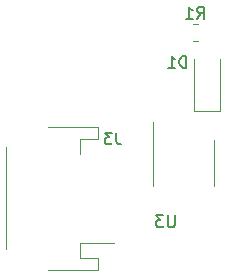
<source format=gbr>
%TF.GenerationSoftware,KiCad,Pcbnew,7.0.6*%
%TF.CreationDate,2023-08-01T20:56:41-04:00*%
%TF.ProjectId,mcumod-am8,6d63756d-6f64-42d6-916d-382e6b696361,rev?*%
%TF.SameCoordinates,Original*%
%TF.FileFunction,Legend,Bot*%
%TF.FilePolarity,Positive*%
%FSLAX46Y46*%
G04 Gerber Fmt 4.6, Leading zero omitted, Abs format (unit mm)*
G04 Created by KiCad (PCBNEW 7.0.6) date 2023-08-01 20:56:41*
%MOMM*%
%LPD*%
G01*
G04 APERTURE LIST*
%ADD10C,0.150000*%
%ADD11C,0.120000*%
G04 APERTURE END LIST*
D10*
X114761904Y-124454819D02*
X114761904Y-125264342D01*
X114761904Y-125264342D02*
X114714285Y-125359580D01*
X114714285Y-125359580D02*
X114666666Y-125407200D01*
X114666666Y-125407200D02*
X114571428Y-125454819D01*
X114571428Y-125454819D02*
X114380952Y-125454819D01*
X114380952Y-125454819D02*
X114285714Y-125407200D01*
X114285714Y-125407200D02*
X114238095Y-125359580D01*
X114238095Y-125359580D02*
X114190476Y-125264342D01*
X114190476Y-125264342D02*
X114190476Y-124454819D01*
X113809523Y-124454819D02*
X113190476Y-124454819D01*
X113190476Y-124454819D02*
X113523809Y-124835771D01*
X113523809Y-124835771D02*
X113380952Y-124835771D01*
X113380952Y-124835771D02*
X113285714Y-124883390D01*
X113285714Y-124883390D02*
X113238095Y-124931009D01*
X113238095Y-124931009D02*
X113190476Y-125026247D01*
X113190476Y-125026247D02*
X113190476Y-125264342D01*
X113190476Y-125264342D02*
X113238095Y-125359580D01*
X113238095Y-125359580D02*
X113285714Y-125407200D01*
X113285714Y-125407200D02*
X113380952Y-125454819D01*
X113380952Y-125454819D02*
X113666666Y-125454819D01*
X113666666Y-125454819D02*
X113761904Y-125407200D01*
X113761904Y-125407200D02*
X113809523Y-125359580D01*
X116666666Y-107804819D02*
X116999999Y-107328628D01*
X117238094Y-107804819D02*
X117238094Y-106804819D01*
X117238094Y-106804819D02*
X116857142Y-106804819D01*
X116857142Y-106804819D02*
X116761904Y-106852438D01*
X116761904Y-106852438D02*
X116714285Y-106900057D01*
X116714285Y-106900057D02*
X116666666Y-106995295D01*
X116666666Y-106995295D02*
X116666666Y-107138152D01*
X116666666Y-107138152D02*
X116714285Y-107233390D01*
X116714285Y-107233390D02*
X116761904Y-107281009D01*
X116761904Y-107281009D02*
X116857142Y-107328628D01*
X116857142Y-107328628D02*
X117238094Y-107328628D01*
X115714285Y-107804819D02*
X116285713Y-107804819D01*
X115999999Y-107804819D02*
X115999999Y-106804819D01*
X115999999Y-106804819D02*
X116095237Y-106947676D01*
X116095237Y-106947676D02*
X116190475Y-107042914D01*
X116190475Y-107042914D02*
X116285713Y-107090533D01*
X109833333Y-117454819D02*
X109833333Y-118169104D01*
X109833333Y-118169104D02*
X109880952Y-118311961D01*
X109880952Y-118311961D02*
X109976190Y-118407200D01*
X109976190Y-118407200D02*
X110119047Y-118454819D01*
X110119047Y-118454819D02*
X110214285Y-118454819D01*
X109452380Y-117454819D02*
X108833333Y-117454819D01*
X108833333Y-117454819D02*
X109166666Y-117835771D01*
X109166666Y-117835771D02*
X109023809Y-117835771D01*
X109023809Y-117835771D02*
X108928571Y-117883390D01*
X108928571Y-117883390D02*
X108880952Y-117931009D01*
X108880952Y-117931009D02*
X108833333Y-118026247D01*
X108833333Y-118026247D02*
X108833333Y-118264342D01*
X108833333Y-118264342D02*
X108880952Y-118359580D01*
X108880952Y-118359580D02*
X108928571Y-118407200D01*
X108928571Y-118407200D02*
X109023809Y-118454819D01*
X109023809Y-118454819D02*
X109309523Y-118454819D01*
X109309523Y-118454819D02*
X109404761Y-118407200D01*
X109404761Y-118407200D02*
X109452380Y-118359580D01*
X115738094Y-111954819D02*
X115738094Y-110954819D01*
X115738094Y-110954819D02*
X115499999Y-110954819D01*
X115499999Y-110954819D02*
X115357142Y-111002438D01*
X115357142Y-111002438D02*
X115261904Y-111097676D01*
X115261904Y-111097676D02*
X115214285Y-111192914D01*
X115214285Y-111192914D02*
X115166666Y-111383390D01*
X115166666Y-111383390D02*
X115166666Y-111526247D01*
X115166666Y-111526247D02*
X115214285Y-111716723D01*
X115214285Y-111716723D02*
X115261904Y-111811961D01*
X115261904Y-111811961D02*
X115357142Y-111907200D01*
X115357142Y-111907200D02*
X115499999Y-111954819D01*
X115499999Y-111954819D02*
X115738094Y-111954819D01*
X114214285Y-111954819D02*
X114785713Y-111954819D01*
X114499999Y-111954819D02*
X114499999Y-110954819D01*
X114499999Y-110954819D02*
X114595237Y-111097676D01*
X114595237Y-111097676D02*
X114690475Y-111192914D01*
X114690475Y-111192914D02*
X114785713Y-111240533D01*
D11*
%TO.C,U3*%
X112940000Y-120000000D02*
X112940000Y-121950000D01*
X118060000Y-120000000D02*
X118060000Y-121950000D01*
X112940000Y-120000000D02*
X112940000Y-116550000D01*
X118060000Y-120000000D02*
X118060000Y-118050000D01*
%TO.C,R1*%
X116727064Y-108265000D02*
X116272936Y-108265000D01*
X116727064Y-109735000D02*
X116272936Y-109735000D01*
%TO.C,J3*%
X108310000Y-129060000D02*
X108310000Y-128040000D01*
X108310000Y-128040000D02*
X106710000Y-128040000D01*
X108310000Y-117960000D02*
X106710000Y-117960000D01*
X104060000Y-116940000D02*
X108310000Y-116940000D01*
X106710000Y-128040000D02*
X106710000Y-126760000D01*
X106710000Y-126760000D02*
X109600000Y-126760000D01*
X104060000Y-129060000D02*
X108310000Y-129060000D01*
X100490000Y-127340000D02*
X100490000Y-118660000D01*
X106710000Y-117960000D02*
X106710000Y-119240000D01*
X108310000Y-116940000D02*
X108310000Y-117960000D01*
%TO.C,D1*%
X118610000Y-111250000D02*
X118610000Y-115660000D01*
X118610000Y-115660000D02*
X116390000Y-115660000D01*
X116390000Y-115660000D02*
X116390000Y-111250000D01*
%TD*%
M02*

</source>
